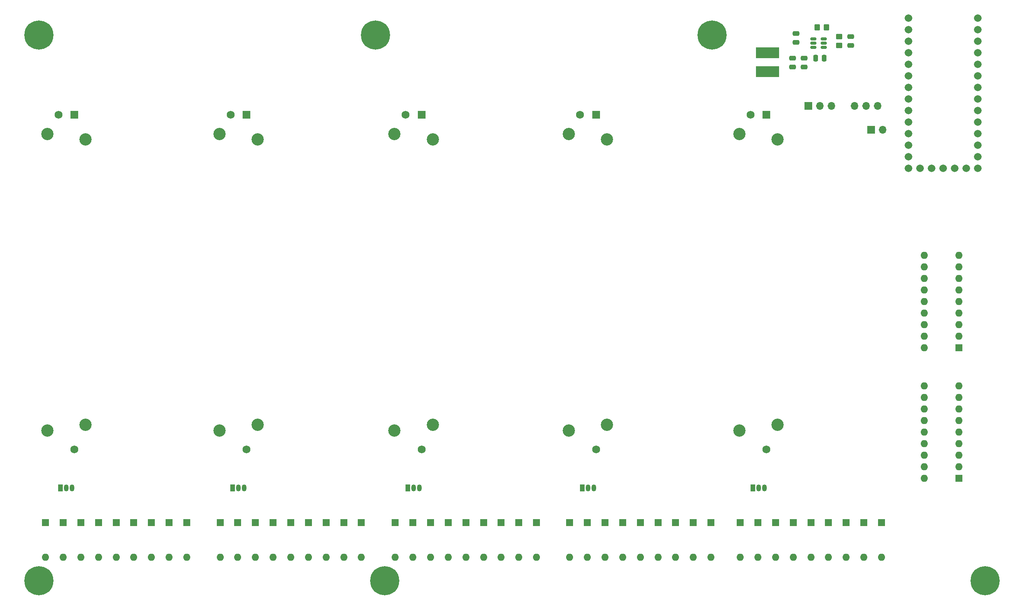
<source format=gbr>
%TF.GenerationSoftware,KiCad,Pcbnew,8.0.1*%
%TF.CreationDate,2024-04-27T00:37:19-05:00*%
%TF.ProjectId,ControlMixer,436f6e74-726f-46c4-9d69-7865722e6b69,rev?*%
%TF.SameCoordinates,Original*%
%TF.FileFunction,Soldermask,Bot*%
%TF.FilePolarity,Negative*%
%FSLAX46Y46*%
G04 Gerber Fmt 4.6, Leading zero omitted, Abs format (unit mm)*
G04 Created by KiCad (PCBNEW 8.0.1) date 2024-04-27 00:37:19*
%MOMM*%
%LPD*%
G01*
G04 APERTURE LIST*
G04 Aperture macros list*
%AMRoundRect*
0 Rectangle with rounded corners*
0 $1 Rounding radius*
0 $2 $3 $4 $5 $6 $7 $8 $9 X,Y pos of 4 corners*
0 Add a 4 corners polygon primitive as box body*
4,1,4,$2,$3,$4,$5,$6,$7,$8,$9,$2,$3,0*
0 Add four circle primitives for the rounded corners*
1,1,$1+$1,$2,$3*
1,1,$1+$1,$4,$5*
1,1,$1+$1,$6,$7*
1,1,$1+$1,$8,$9*
0 Add four rect primitives between the rounded corners*
20,1,$1+$1,$2,$3,$4,$5,0*
20,1,$1+$1,$4,$5,$6,$7,0*
20,1,$1+$1,$6,$7,$8,$9,0*
20,1,$1+$1,$8,$9,$2,$3,0*%
G04 Aperture macros list end*
%ADD10C,1.665000*%
%ADD11RoundRect,0.250000X0.350000X0.450000X-0.350000X0.450000X-0.350000X-0.450000X0.350000X-0.450000X0*%
%ADD12RoundRect,0.250000X0.450000X-0.350000X0.450000X0.350000X-0.450000X0.350000X-0.450000X-0.350000X0*%
%ADD13C,2.700000*%
%ADD14C,1.750000*%
%ADD15R,1.750000X1.750000*%
%ADD16O,1.600000X1.600000*%
%ADD17R,1.600000X1.600000*%
%ADD18C,6.400000*%
%ADD19O,1.050000X1.500000*%
%ADD20R,1.050000X1.500000*%
%ADD21O,1.700000X1.700000*%
%ADD22R,1.700000X1.700000*%
%ADD23RoundRect,0.250000X0.475000X-0.250000X0.475000X0.250000X-0.475000X0.250000X-0.475000X-0.250000X0*%
%ADD24R,5.100000X2.350000*%
%ADD25RoundRect,0.150000X0.512500X0.150000X-0.512500X0.150000X-0.512500X-0.150000X0.512500X-0.150000X0*%
%ADD26RoundRect,0.250000X0.250000X0.475000X-0.250000X0.475000X-0.250000X-0.475000X0.250000X-0.475000X0*%
G04 APERTURE END LIST*
D10*
%TO.C,IC1*%
X231130000Y-30295000D03*
X231130000Y-32835000D03*
X231130000Y-35375000D03*
X231130000Y-37915000D03*
X231130000Y-40455000D03*
X231130000Y-42995000D03*
X231130000Y-45535000D03*
X231130000Y-48075000D03*
X231130000Y-50615000D03*
X231130000Y-53155000D03*
X231130000Y-55695000D03*
X231130000Y-58235000D03*
X231130000Y-60775000D03*
X231130000Y-63315000D03*
X233670000Y-63315000D03*
X236210000Y-63315000D03*
X238750000Y-63315000D03*
X241290000Y-63315000D03*
X243830000Y-63315000D03*
X246370000Y-63315000D03*
X246370000Y-60775000D03*
X246370000Y-58235000D03*
X246370000Y-55695000D03*
X246370000Y-53155000D03*
X246370000Y-50615000D03*
X246370000Y-48075000D03*
X246370000Y-45535000D03*
X246370000Y-42995000D03*
X246370000Y-40455000D03*
X246370000Y-37915000D03*
X246370000Y-35375000D03*
X246370000Y-32835000D03*
X246370000Y-30295000D03*
%TD*%
D11*
%TO.C,R2*%
X213124964Y-32305000D03*
X211124964Y-32305000D03*
%TD*%
D12*
%TO.C,R1*%
X215962464Y-36305000D03*
X215962464Y-34305000D03*
%TD*%
D13*
%TO.C,RV1*%
X41839064Y-120905000D03*
X50239064Y-119705000D03*
X50239064Y-56905000D03*
X41839064Y-55705000D03*
D14*
X47789064Y-125055000D03*
X44289064Y-51555000D03*
D15*
X47789064Y-51555000D03*
%TD*%
D16*
%TO.C,D32*%
X160568750Y-148810000D03*
D17*
X160568750Y-141190000D03*
%TD*%
D16*
%TO.C,D16*%
X83718750Y-148810000D03*
D17*
X83718750Y-141190000D03*
%TD*%
D13*
%TO.C,RV2*%
X79662500Y-120905000D03*
X88062500Y-119705000D03*
X88062500Y-56905000D03*
X79662500Y-55705000D03*
D14*
X85612500Y-125055000D03*
X82112500Y-51555000D03*
D15*
X85612500Y-51555000D03*
%TD*%
D16*
%TO.C,D4*%
X60856250Y-148810000D03*
D17*
X60856250Y-141190000D03*
%TD*%
D16*
%TO.C,D14*%
X91481250Y-148810000D03*
D17*
X91481250Y-141190000D03*
%TD*%
D16*
%TO.C,D11*%
X103125000Y-148810000D03*
D17*
X103125000Y-141190000D03*
%TD*%
D16*
%TO.C,D21*%
X133862500Y-148810000D03*
D17*
X133862500Y-141190000D03*
%TD*%
D16*
%TO.C,D36*%
X213593750Y-148810000D03*
D17*
X213593750Y-141190000D03*
%TD*%
D16*
%TO.C,D35*%
X217475000Y-148810000D03*
D17*
X217475000Y-141190000D03*
%TD*%
D16*
%TO.C,D5*%
X56975000Y-148810000D03*
D17*
X56975000Y-141190000D03*
%TD*%
D16*
%TO.C,D9*%
X110887500Y-148810000D03*
D17*
X110887500Y-141190000D03*
%TD*%
D16*
%TO.C,D27*%
X179975000Y-148810000D03*
D17*
X179975000Y-141190000D03*
%TD*%
D16*
%TO.C,D19*%
X141625000Y-148810000D03*
D17*
X141625000Y-141190000D03*
%TD*%
D16*
%TO.C,D25*%
X187737500Y-148810000D03*
D17*
X187737500Y-141190000D03*
%TD*%
D18*
%TO.C,J2*%
X114000000Y-34000000D03*
%TD*%
D16*
%TO.C,D24*%
X122218750Y-148810000D03*
D17*
X122218750Y-141190000D03*
%TD*%
D16*
%TO.C,D3*%
X64737500Y-148810000D03*
D17*
X64737500Y-141190000D03*
%TD*%
D19*
%TO.C,Q4*%
X161982500Y-133565000D03*
X160712500Y-133565000D03*
D20*
X159442500Y-133565000D03*
%TD*%
D16*
%TO.C,D33*%
X225237500Y-148810000D03*
D17*
X225237500Y-141190000D03*
%TD*%
D16*
%TO.C,D30*%
X168331250Y-148810000D03*
D17*
X168331250Y-141190000D03*
%TD*%
D16*
%TO.C,D41*%
X41450000Y-148810000D03*
D17*
X41450000Y-141190000D03*
%TD*%
D19*
%TO.C,Q3*%
X123632500Y-133565000D03*
X122362500Y-133565000D03*
D20*
X121092500Y-133565000D03*
%TD*%
D16*
%TO.C,D42*%
X79837500Y-148810000D03*
D17*
X79837500Y-141190000D03*
%TD*%
D21*
%TO.C,JP1*%
X225515000Y-54805000D03*
D22*
X222975000Y-54805000D03*
%TD*%
D19*
%TO.C,Q5*%
X199482500Y-133565000D03*
X198212500Y-133565000D03*
D20*
X196942500Y-133565000D03*
%TD*%
D18*
%TO.C,J5*%
X116000000Y-154000000D03*
%TD*%
D16*
%TO.C,D13*%
X95362500Y-148810000D03*
D17*
X95362500Y-141190000D03*
%TD*%
D21*
%TO.C,U3*%
X224365000Y-49555000D03*
X221825000Y-49555000D03*
X219285000Y-49555000D03*
X214205000Y-49555000D03*
X211665000Y-49555000D03*
D22*
X209125000Y-49555000D03*
%TD*%
D16*
%TO.C,D40*%
X198068750Y-148810000D03*
D17*
X198068750Y-141190000D03*
%TD*%
D16*
%TO.C,D23*%
X126100000Y-148810000D03*
D17*
X126100000Y-141190000D03*
%TD*%
D16*
%TO.C,D1*%
X72500000Y-148810000D03*
D17*
X72500000Y-141190000D03*
%TD*%
D18*
%TO.C,J3*%
X188000000Y-34000000D03*
%TD*%
D16*
%TO.C,U1*%
X234680000Y-131455000D03*
X234680000Y-128915000D03*
X234680000Y-126375000D03*
X234680000Y-123835000D03*
X234680000Y-121295000D03*
X234680000Y-118755000D03*
X234680000Y-116215000D03*
X234680000Y-113675000D03*
X234680000Y-111135000D03*
X242300000Y-111135000D03*
X242300000Y-113675000D03*
X242300000Y-116215000D03*
X242300000Y-118755000D03*
X242300000Y-121295000D03*
X242300000Y-123835000D03*
X242300000Y-126375000D03*
X242300000Y-128915000D03*
D17*
X242300000Y-131455000D03*
%TD*%
D16*
%TO.C,D18*%
X145506250Y-148810000D03*
D17*
X145506250Y-141190000D03*
%TD*%
D16*
%TO.C,D37*%
X209712500Y-148810000D03*
D17*
X209712500Y-141190000D03*
%TD*%
D18*
%TO.C,J1*%
X40000000Y-34000000D03*
%TD*%
D16*
%TO.C,D10*%
X107006250Y-148810000D03*
D17*
X107006250Y-141190000D03*
%TD*%
D19*
%TO.C,Q1*%
X47309064Y-133565000D03*
X46039064Y-133565000D03*
D20*
X44769064Y-133565000D03*
%TD*%
D16*
%TO.C,D38*%
X205831250Y-148810000D03*
D17*
X205831250Y-141190000D03*
%TD*%
D16*
%TO.C,D29*%
X172212500Y-148810000D03*
D17*
X172212500Y-141190000D03*
%TD*%
D16*
%TO.C,D26*%
X183856250Y-148810000D03*
D17*
X183856250Y-141190000D03*
%TD*%
D13*
%TO.C,RV5*%
X194012500Y-120905000D03*
X202412500Y-119705000D03*
X202412500Y-56905000D03*
X194012500Y-55705000D03*
D14*
X199962500Y-125055000D03*
X196462500Y-51555000D03*
D15*
X199962500Y-51555000D03*
%TD*%
D13*
%TO.C,RV4*%
X156512500Y-120905000D03*
X164912500Y-119705000D03*
X164912500Y-56905000D03*
X156512500Y-55705000D03*
D14*
X162462500Y-125055000D03*
X158962500Y-51555000D03*
D15*
X162462500Y-51555000D03*
%TD*%
D16*
%TO.C,D17*%
X149387500Y-148810000D03*
D17*
X149387500Y-141190000D03*
%TD*%
D16*
%TO.C,D39*%
X201950000Y-148810000D03*
D17*
X201950000Y-141190000D03*
%TD*%
D16*
%TO.C,D43*%
X118337500Y-148810000D03*
D17*
X118337500Y-141190000D03*
%TD*%
D16*
%TO.C,D28*%
X176093750Y-148810000D03*
D17*
X176093750Y-141190000D03*
%TD*%
D18*
%TO.C,J6*%
X248000000Y-154000000D03*
%TD*%
D16*
%TO.C,D31*%
X164450000Y-148810000D03*
D17*
X164450000Y-141190000D03*
%TD*%
D16*
%TO.C,D45*%
X194187500Y-148810000D03*
D17*
X194187500Y-141190000D03*
%TD*%
D13*
%TO.C,RV3*%
X118162500Y-120905000D03*
X126562500Y-119705000D03*
X126562500Y-56905000D03*
X118162500Y-55705000D03*
D14*
X124112500Y-125055000D03*
X120612500Y-51555000D03*
D15*
X124112500Y-51555000D03*
%TD*%
D16*
%TO.C,D44*%
X156687500Y-148810000D03*
D17*
X156687500Y-141190000D03*
%TD*%
D16*
%TO.C,D8*%
X45331250Y-148810000D03*
D17*
X45331250Y-141190000D03*
%TD*%
D16*
%TO.C,D2*%
X68618750Y-148810000D03*
D17*
X68618750Y-141190000D03*
%TD*%
D16*
%TO.C,D20*%
X137743750Y-148810000D03*
D17*
X137743750Y-141190000D03*
%TD*%
D16*
%TO.C,D34*%
X221356250Y-148810000D03*
D17*
X221356250Y-141190000D03*
%TD*%
D18*
%TO.C,J4*%
X40000000Y-154000000D03*
%TD*%
D16*
%TO.C,D22*%
X129981250Y-148810000D03*
D17*
X129981250Y-141190000D03*
%TD*%
D16*
%TO.C,D6*%
X53093750Y-148810000D03*
D17*
X53093750Y-141190000D03*
%TD*%
D16*
%TO.C,D12*%
X99243750Y-148810000D03*
D17*
X99243750Y-141190000D03*
%TD*%
D16*
%TO.C,D15*%
X87600000Y-148810000D03*
D17*
X87600000Y-141190000D03*
%TD*%
D16*
%TO.C,D7*%
X49212500Y-148810000D03*
D17*
X49212500Y-141190000D03*
%TD*%
D16*
%TO.C,U2*%
X234680000Y-102705000D03*
X234680000Y-100165000D03*
X234680000Y-97625000D03*
X234680000Y-95085000D03*
X234680000Y-92545000D03*
X234680000Y-90005000D03*
X234680000Y-87465000D03*
X234680000Y-84925000D03*
X234680000Y-82385000D03*
X242300000Y-82385000D03*
X242300000Y-84925000D03*
X242300000Y-87465000D03*
X242300000Y-90005000D03*
X242300000Y-92545000D03*
X242300000Y-95085000D03*
X242300000Y-97625000D03*
X242300000Y-100165000D03*
D17*
X242300000Y-102705000D03*
%TD*%
D19*
%TO.C,Q2*%
X85132500Y-133565000D03*
X83862500Y-133565000D03*
D20*
X82592500Y-133565000D03*
%TD*%
D23*
%TO.C,C2.2*%
X205712464Y-39105000D03*
X205712464Y-41005000D03*
%TD*%
D24*
%TO.C,L1*%
X200212464Y-42055000D03*
X200212464Y-37905000D03*
%TD*%
D23*
%TO.C,C4*%
X218462464Y-34355000D03*
X218462464Y-36255000D03*
%TD*%
D25*
%TO.C,U4*%
X210287464Y-34805000D03*
X210287464Y-35755000D03*
X210287464Y-36705000D03*
X212562464Y-36705000D03*
X212562464Y-35755000D03*
X212562464Y-34805000D03*
%TD*%
D23*
%TO.C,C2.1*%
X208212464Y-39105000D03*
X208212464Y-41005000D03*
%TD*%
%TO.C,C3*%
X206462464Y-33655000D03*
X206462464Y-35555000D03*
%TD*%
D26*
%TO.C,C1*%
X210762464Y-39055000D03*
X212662464Y-39055000D03*
%TD*%
M02*

</source>
